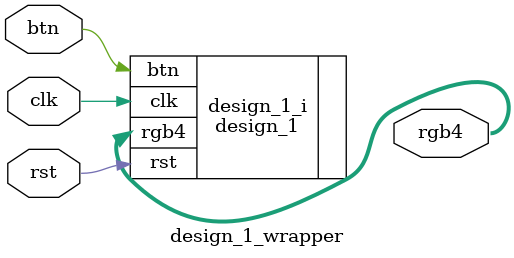
<source format=v>
`timescale 1 ps / 1 ps

module design_1_wrapper
   (btn,
    clk,
    rgb4,
    rst);
  input btn;
  input clk;
  output [2:0]rgb4;
  input rst;

  wire btn;
  wire clk;
  wire [2:0]rgb4;
  wire rst;

  design_1 design_1_i
       (.btn(btn),
        .clk(clk),
        .rgb4(rgb4),
        .rst(rst));
endmodule

</source>
